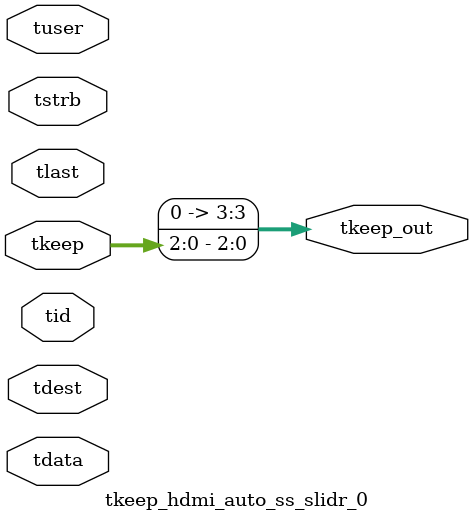
<source format=v>


`timescale 1ps/1ps

module tkeep_hdmi_auto_ss_slidr_0 #
(
parameter C_S_AXIS_TDATA_WIDTH = 32,
parameter C_S_AXIS_TUSER_WIDTH = 0,
parameter C_S_AXIS_TID_WIDTH   = 0,
parameter C_S_AXIS_TDEST_WIDTH = 0,
parameter C_M_AXIS_TDATA_WIDTH = 32
)
(
input  [(C_S_AXIS_TDATA_WIDTH == 0 ? 1 : C_S_AXIS_TDATA_WIDTH)-1:0     ] tdata,
input  [(C_S_AXIS_TUSER_WIDTH == 0 ? 1 : C_S_AXIS_TUSER_WIDTH)-1:0     ] tuser,
input  [(C_S_AXIS_TID_WIDTH   == 0 ? 1 : C_S_AXIS_TID_WIDTH)-1:0       ] tid,
input  [(C_S_AXIS_TDEST_WIDTH == 0 ? 1 : C_S_AXIS_TDEST_WIDTH)-1:0     ] tdest,
input  [(C_S_AXIS_TDATA_WIDTH/8)-1:0 ] tkeep,
input  [(C_S_AXIS_TDATA_WIDTH/8)-1:0 ] tstrb,
input                                                                    tlast,
output [(C_M_AXIS_TDATA_WIDTH/8)-1:0 ] tkeep_out
);

assign tkeep_out = {tkeep[2:0]};

endmodule


</source>
